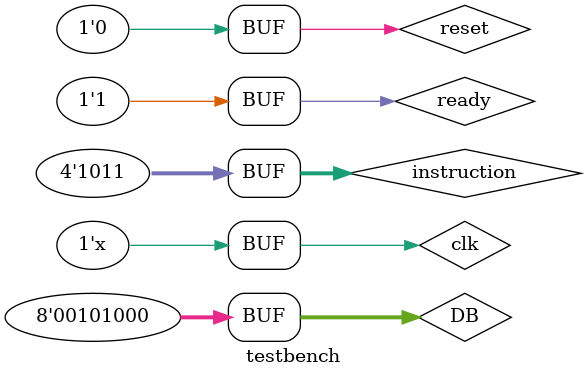
<source format=v>
module testbench;

reg clk=0;
reg reset, ready;
reg[3:0] instruction;
reg[7:0] DB;
parameter CLK_HALF_PERIOD = 10;

	always begin
		#CLK_HALF_PERIOD clk = !clk;
	end


command_fsm mycommand_fsm(.clk(clk), .reset(reset), .ready(ready), .SF_D(SF_D),
							.DB(DB), .LCD_E(LCD_E), .LCD_RS(LCD_RS), .LCD_RW(LCD_RW),
							.instruction(instruction));


	initial begin

		reset = 1'b1;
		#200 reset = 1'b0;
		instruction = 4'b1011;
		DB = 8'b00101000;
		#20 ready = 1'b1;
		#400 ready = 1'b0;
		#50000 ready = 1'b1;
	end

endmodule

</source>
